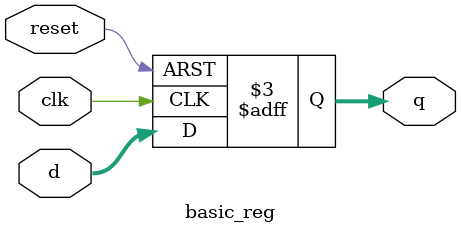
<source format=v>
module basic_reg (
    clk,
    reset,
    d,
    q
);

  input clk, reset;
  input [3:0] d;
  output [3:0] q;
  reg [3:0] q;

  always @(posedge clk or negedge reset) begin
    if (!reset) q <= 0;
    else q <= d;
  end

endmodule  //basic_reg

</source>
